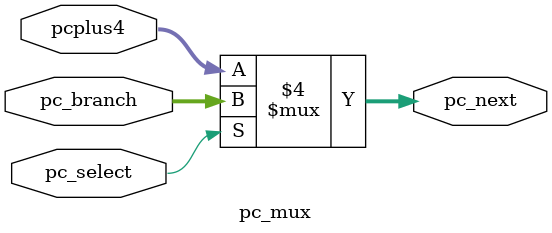
<source format=v>
module pc_mux(
    input [31:0] pcplus4,       
    input [31:0] pc_branch,   
    input pc_select,          
    output reg[31:0] pc_next  
);
   always @(*) begin
        if (pc_select==1'b0) begin
            pc_next = pcplus4;  
        end else begin
            pc_next = pc_branch;      
        end
    end

endmodule

</source>
